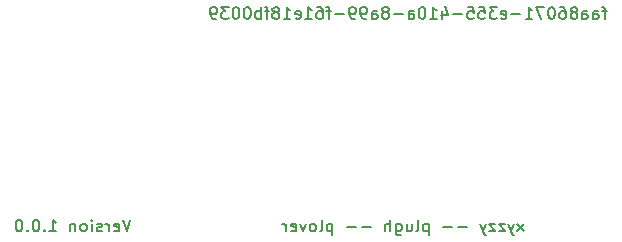
<source format=gbr>
G04 #@! TF.GenerationSoftware,KiCad,Pcbnew,(5.1.5)-3*
G04 #@! TF.CreationDate,2020-08-31T21:18:36+01:00*
G04 #@! TF.ProjectId,groveToPi,67726f76-6554-46f5-9069-2e6b69636164,1.0.1*
G04 #@! TF.SameCoordinates,Original*
G04 #@! TF.FileFunction,Legend,Bot*
G04 #@! TF.FilePolarity,Positive*
%FSLAX46Y46*%
G04 Gerber Fmt 4.6, Leading zero omitted, Abs format (unit mm)*
G04 Created by KiCad (PCBNEW (5.1.5)-3) date 2020-08-31 21:18:36*
%MOMM*%
%LPD*%
G04 APERTURE LIST*
%ADD10C,0.150000*%
G04 APERTURE END LIST*
D10*
X132190476Y-114452380D02*
X131666666Y-113785714D01*
X132190476Y-113785714D02*
X131666666Y-114452380D01*
X131380952Y-113785714D02*
X131142857Y-114452380D01*
X130904761Y-113785714D02*
X131142857Y-114452380D01*
X131238095Y-114690476D01*
X131285714Y-114738095D01*
X131380952Y-114785714D01*
X130619047Y-113785714D02*
X130095238Y-113785714D01*
X130619047Y-114452380D01*
X130095238Y-114452380D01*
X129809523Y-113785714D02*
X129285714Y-113785714D01*
X129809523Y-114452380D01*
X129285714Y-114452380D01*
X129000000Y-113785714D02*
X128761904Y-114452380D01*
X128523809Y-113785714D02*
X128761904Y-114452380D01*
X128857142Y-114690476D01*
X128904761Y-114738095D01*
X129000000Y-114785714D01*
X127380952Y-114071428D02*
X126619047Y-114071428D01*
X126142857Y-114071428D02*
X125380952Y-114071428D01*
X124142857Y-113785714D02*
X124142857Y-114785714D01*
X124142857Y-113833333D02*
X124047619Y-113785714D01*
X123857142Y-113785714D01*
X123761904Y-113833333D01*
X123714285Y-113880952D01*
X123666666Y-113976190D01*
X123666666Y-114261904D01*
X123714285Y-114357142D01*
X123761904Y-114404761D01*
X123857142Y-114452380D01*
X124047619Y-114452380D01*
X124142857Y-114404761D01*
X123095238Y-114452380D02*
X123190476Y-114404761D01*
X123238095Y-114309523D01*
X123238095Y-113452380D01*
X122285714Y-113785714D02*
X122285714Y-114452380D01*
X122714285Y-113785714D02*
X122714285Y-114309523D01*
X122666666Y-114404761D01*
X122571428Y-114452380D01*
X122428571Y-114452380D01*
X122333333Y-114404761D01*
X122285714Y-114357142D01*
X121380952Y-113785714D02*
X121380952Y-114595238D01*
X121428571Y-114690476D01*
X121476190Y-114738095D01*
X121571428Y-114785714D01*
X121714285Y-114785714D01*
X121809523Y-114738095D01*
X121380952Y-114404761D02*
X121476190Y-114452380D01*
X121666666Y-114452380D01*
X121761904Y-114404761D01*
X121809523Y-114357142D01*
X121857142Y-114261904D01*
X121857142Y-113976190D01*
X121809523Y-113880952D01*
X121761904Y-113833333D01*
X121666666Y-113785714D01*
X121476190Y-113785714D01*
X121380952Y-113833333D01*
X120904761Y-114452380D02*
X120904761Y-113452380D01*
X120476190Y-114452380D02*
X120476190Y-113928571D01*
X120523809Y-113833333D01*
X120619047Y-113785714D01*
X120761904Y-113785714D01*
X120857142Y-113833333D01*
X120904761Y-113880952D01*
X119238095Y-114071428D02*
X118476190Y-114071428D01*
X118000000Y-114071428D02*
X117238095Y-114071428D01*
X116000000Y-113785714D02*
X116000000Y-114785714D01*
X116000000Y-113833333D02*
X115904761Y-113785714D01*
X115714285Y-113785714D01*
X115619047Y-113833333D01*
X115571428Y-113880952D01*
X115523809Y-113976190D01*
X115523809Y-114261904D01*
X115571428Y-114357142D01*
X115619047Y-114404761D01*
X115714285Y-114452380D01*
X115904761Y-114452380D01*
X116000000Y-114404761D01*
X114952380Y-114452380D02*
X115047619Y-114404761D01*
X115095238Y-114309523D01*
X115095238Y-113452380D01*
X114428571Y-114452380D02*
X114523809Y-114404761D01*
X114571428Y-114357142D01*
X114619047Y-114261904D01*
X114619047Y-113976190D01*
X114571428Y-113880952D01*
X114523809Y-113833333D01*
X114428571Y-113785714D01*
X114285714Y-113785714D01*
X114190476Y-113833333D01*
X114142857Y-113880952D01*
X114095238Y-113976190D01*
X114095238Y-114261904D01*
X114142857Y-114357142D01*
X114190476Y-114404761D01*
X114285714Y-114452380D01*
X114428571Y-114452380D01*
X113761904Y-113785714D02*
X113523809Y-114452380D01*
X113285714Y-113785714D01*
X112523809Y-114404761D02*
X112619047Y-114452380D01*
X112809523Y-114452380D01*
X112904761Y-114404761D01*
X112952380Y-114309523D01*
X112952380Y-113928571D01*
X112904761Y-113833333D01*
X112809523Y-113785714D01*
X112619047Y-113785714D01*
X112523809Y-113833333D01*
X112476190Y-113928571D01*
X112476190Y-114023809D01*
X112952380Y-114119047D01*
X112047619Y-114452380D02*
X112047619Y-113785714D01*
X112047619Y-113976190D02*
X112000000Y-113880952D01*
X111952380Y-113833333D01*
X111857142Y-113785714D01*
X111761904Y-113785714D01*
X139214285Y-95785714D02*
X138833333Y-95785714D01*
X139071428Y-96452380D02*
X139071428Y-95595238D01*
X139023809Y-95500000D01*
X138928571Y-95452380D01*
X138833333Y-95452380D01*
X138071428Y-96452380D02*
X138071428Y-95928571D01*
X138119047Y-95833333D01*
X138214285Y-95785714D01*
X138404761Y-95785714D01*
X138500000Y-95833333D01*
X138071428Y-96404761D02*
X138166666Y-96452380D01*
X138404761Y-96452380D01*
X138500000Y-96404761D01*
X138547619Y-96309523D01*
X138547619Y-96214285D01*
X138500000Y-96119047D01*
X138404761Y-96071428D01*
X138166666Y-96071428D01*
X138071428Y-96023809D01*
X137166666Y-96452380D02*
X137166666Y-95928571D01*
X137214285Y-95833333D01*
X137309523Y-95785714D01*
X137500000Y-95785714D01*
X137595238Y-95833333D01*
X137166666Y-96404761D02*
X137261904Y-96452380D01*
X137500000Y-96452380D01*
X137595238Y-96404761D01*
X137642857Y-96309523D01*
X137642857Y-96214285D01*
X137595238Y-96119047D01*
X137500000Y-96071428D01*
X137261904Y-96071428D01*
X137166666Y-96023809D01*
X136547619Y-95880952D02*
X136642857Y-95833333D01*
X136690476Y-95785714D01*
X136738095Y-95690476D01*
X136738095Y-95642857D01*
X136690476Y-95547619D01*
X136642857Y-95500000D01*
X136547619Y-95452380D01*
X136357142Y-95452380D01*
X136261904Y-95500000D01*
X136214285Y-95547619D01*
X136166666Y-95642857D01*
X136166666Y-95690476D01*
X136214285Y-95785714D01*
X136261904Y-95833333D01*
X136357142Y-95880952D01*
X136547619Y-95880952D01*
X136642857Y-95928571D01*
X136690476Y-95976190D01*
X136738095Y-96071428D01*
X136738095Y-96261904D01*
X136690476Y-96357142D01*
X136642857Y-96404761D01*
X136547619Y-96452380D01*
X136357142Y-96452380D01*
X136261904Y-96404761D01*
X136214285Y-96357142D01*
X136166666Y-96261904D01*
X136166666Y-96071428D01*
X136214285Y-95976190D01*
X136261904Y-95928571D01*
X136357142Y-95880952D01*
X135309523Y-95452380D02*
X135500000Y-95452380D01*
X135595238Y-95500000D01*
X135642857Y-95547619D01*
X135738095Y-95690476D01*
X135785714Y-95880952D01*
X135785714Y-96261904D01*
X135738095Y-96357142D01*
X135690476Y-96404761D01*
X135595238Y-96452380D01*
X135404761Y-96452380D01*
X135309523Y-96404761D01*
X135261904Y-96357142D01*
X135214285Y-96261904D01*
X135214285Y-96023809D01*
X135261904Y-95928571D01*
X135309523Y-95880952D01*
X135404761Y-95833333D01*
X135595238Y-95833333D01*
X135690476Y-95880952D01*
X135738095Y-95928571D01*
X135785714Y-96023809D01*
X134595238Y-95452380D02*
X134500000Y-95452380D01*
X134404761Y-95500000D01*
X134357142Y-95547619D01*
X134309523Y-95642857D01*
X134261904Y-95833333D01*
X134261904Y-96071428D01*
X134309523Y-96261904D01*
X134357142Y-96357142D01*
X134404761Y-96404761D01*
X134500000Y-96452380D01*
X134595238Y-96452380D01*
X134690476Y-96404761D01*
X134738095Y-96357142D01*
X134785714Y-96261904D01*
X134833333Y-96071428D01*
X134833333Y-95833333D01*
X134785714Y-95642857D01*
X134738095Y-95547619D01*
X134690476Y-95500000D01*
X134595238Y-95452380D01*
X133928571Y-95452380D02*
X133261904Y-95452380D01*
X133690476Y-96452380D01*
X132357142Y-96452380D02*
X132928571Y-96452380D01*
X132642857Y-96452380D02*
X132642857Y-95452380D01*
X132738095Y-95595238D01*
X132833333Y-95690476D01*
X132928571Y-95738095D01*
X131928571Y-96071428D02*
X131166666Y-96071428D01*
X130309523Y-96404761D02*
X130404761Y-96452380D01*
X130595238Y-96452380D01*
X130690476Y-96404761D01*
X130738095Y-96309523D01*
X130738095Y-95928571D01*
X130690476Y-95833333D01*
X130595238Y-95785714D01*
X130404761Y-95785714D01*
X130309523Y-95833333D01*
X130261904Y-95928571D01*
X130261904Y-96023809D01*
X130738095Y-96119047D01*
X129928571Y-95452380D02*
X129309523Y-95452380D01*
X129642857Y-95833333D01*
X129500000Y-95833333D01*
X129404761Y-95880952D01*
X129357142Y-95928571D01*
X129309523Y-96023809D01*
X129309523Y-96261904D01*
X129357142Y-96357142D01*
X129404761Y-96404761D01*
X129500000Y-96452380D01*
X129785714Y-96452380D01*
X129880952Y-96404761D01*
X129928571Y-96357142D01*
X128404761Y-95452380D02*
X128880952Y-95452380D01*
X128928571Y-95928571D01*
X128880952Y-95880952D01*
X128785714Y-95833333D01*
X128547619Y-95833333D01*
X128452380Y-95880952D01*
X128404761Y-95928571D01*
X128357142Y-96023809D01*
X128357142Y-96261904D01*
X128404761Y-96357142D01*
X128452380Y-96404761D01*
X128547619Y-96452380D01*
X128785714Y-96452380D01*
X128880952Y-96404761D01*
X128928571Y-96357142D01*
X127452380Y-95452380D02*
X127928571Y-95452380D01*
X127976190Y-95928571D01*
X127928571Y-95880952D01*
X127833333Y-95833333D01*
X127595238Y-95833333D01*
X127500000Y-95880952D01*
X127452380Y-95928571D01*
X127404761Y-96023809D01*
X127404761Y-96261904D01*
X127452380Y-96357142D01*
X127500000Y-96404761D01*
X127595238Y-96452380D01*
X127833333Y-96452380D01*
X127928571Y-96404761D01*
X127976190Y-96357142D01*
X126976190Y-96071428D02*
X126214285Y-96071428D01*
X125309523Y-95785714D02*
X125309523Y-96452380D01*
X125547619Y-95404761D02*
X125785714Y-96119047D01*
X125166666Y-96119047D01*
X124261904Y-96452380D02*
X124833333Y-96452380D01*
X124547619Y-96452380D02*
X124547619Y-95452380D01*
X124642857Y-95595238D01*
X124738095Y-95690476D01*
X124833333Y-95738095D01*
X123642857Y-95452380D02*
X123547619Y-95452380D01*
X123452380Y-95500000D01*
X123404761Y-95547619D01*
X123357142Y-95642857D01*
X123309523Y-95833333D01*
X123309523Y-96071428D01*
X123357142Y-96261904D01*
X123404761Y-96357142D01*
X123452380Y-96404761D01*
X123547619Y-96452380D01*
X123642857Y-96452380D01*
X123738095Y-96404761D01*
X123785714Y-96357142D01*
X123833333Y-96261904D01*
X123880952Y-96071428D01*
X123880952Y-95833333D01*
X123833333Y-95642857D01*
X123785714Y-95547619D01*
X123738095Y-95500000D01*
X123642857Y-95452380D01*
X122452380Y-96452380D02*
X122452380Y-95928571D01*
X122500000Y-95833333D01*
X122595238Y-95785714D01*
X122785714Y-95785714D01*
X122880952Y-95833333D01*
X122452380Y-96404761D02*
X122547619Y-96452380D01*
X122785714Y-96452380D01*
X122880952Y-96404761D01*
X122928571Y-96309523D01*
X122928571Y-96214285D01*
X122880952Y-96119047D01*
X122785714Y-96071428D01*
X122547619Y-96071428D01*
X122452380Y-96023809D01*
X121976190Y-96071428D02*
X121214285Y-96071428D01*
X120595238Y-95880952D02*
X120690476Y-95833333D01*
X120738095Y-95785714D01*
X120785714Y-95690476D01*
X120785714Y-95642857D01*
X120738095Y-95547619D01*
X120690476Y-95500000D01*
X120595238Y-95452380D01*
X120404761Y-95452380D01*
X120309523Y-95500000D01*
X120261904Y-95547619D01*
X120214285Y-95642857D01*
X120214285Y-95690476D01*
X120261904Y-95785714D01*
X120309523Y-95833333D01*
X120404761Y-95880952D01*
X120595238Y-95880952D01*
X120690476Y-95928571D01*
X120738095Y-95976190D01*
X120785714Y-96071428D01*
X120785714Y-96261904D01*
X120738095Y-96357142D01*
X120690476Y-96404761D01*
X120595238Y-96452380D01*
X120404761Y-96452380D01*
X120309523Y-96404761D01*
X120261904Y-96357142D01*
X120214285Y-96261904D01*
X120214285Y-96071428D01*
X120261904Y-95976190D01*
X120309523Y-95928571D01*
X120404761Y-95880952D01*
X119357142Y-96452380D02*
X119357142Y-95928571D01*
X119404761Y-95833333D01*
X119500000Y-95785714D01*
X119690476Y-95785714D01*
X119785714Y-95833333D01*
X119357142Y-96404761D02*
X119452380Y-96452380D01*
X119690476Y-96452380D01*
X119785714Y-96404761D01*
X119833333Y-96309523D01*
X119833333Y-96214285D01*
X119785714Y-96119047D01*
X119690476Y-96071428D01*
X119452380Y-96071428D01*
X119357142Y-96023809D01*
X118833333Y-96452380D02*
X118642857Y-96452380D01*
X118547619Y-96404761D01*
X118500000Y-96357142D01*
X118404761Y-96214285D01*
X118357142Y-96023809D01*
X118357142Y-95642857D01*
X118404761Y-95547619D01*
X118452380Y-95500000D01*
X118547619Y-95452380D01*
X118738095Y-95452380D01*
X118833333Y-95500000D01*
X118880952Y-95547619D01*
X118928571Y-95642857D01*
X118928571Y-95880952D01*
X118880952Y-95976190D01*
X118833333Y-96023809D01*
X118738095Y-96071428D01*
X118547619Y-96071428D01*
X118452380Y-96023809D01*
X118404761Y-95976190D01*
X118357142Y-95880952D01*
X117880952Y-96452380D02*
X117690476Y-96452380D01*
X117595238Y-96404761D01*
X117547619Y-96357142D01*
X117452380Y-96214285D01*
X117404761Y-96023809D01*
X117404761Y-95642857D01*
X117452380Y-95547619D01*
X117500000Y-95500000D01*
X117595238Y-95452380D01*
X117785714Y-95452380D01*
X117880952Y-95500000D01*
X117928571Y-95547619D01*
X117976190Y-95642857D01*
X117976190Y-95880952D01*
X117928571Y-95976190D01*
X117880952Y-96023809D01*
X117785714Y-96071428D01*
X117595238Y-96071428D01*
X117500000Y-96023809D01*
X117452380Y-95976190D01*
X117404761Y-95880952D01*
X116976190Y-96071428D02*
X116214285Y-96071428D01*
X115880952Y-95785714D02*
X115500000Y-95785714D01*
X115738095Y-96452380D02*
X115738095Y-95595238D01*
X115690476Y-95500000D01*
X115595238Y-95452380D01*
X115500000Y-95452380D01*
X114738095Y-95452380D02*
X114928571Y-95452380D01*
X115023809Y-95500000D01*
X115071428Y-95547619D01*
X115166666Y-95690476D01*
X115214285Y-95880952D01*
X115214285Y-96261904D01*
X115166666Y-96357142D01*
X115119047Y-96404761D01*
X115023809Y-96452380D01*
X114833333Y-96452380D01*
X114738095Y-96404761D01*
X114690476Y-96357142D01*
X114642857Y-96261904D01*
X114642857Y-96023809D01*
X114690476Y-95928571D01*
X114738095Y-95880952D01*
X114833333Y-95833333D01*
X115023809Y-95833333D01*
X115119047Y-95880952D01*
X115166666Y-95928571D01*
X115214285Y-96023809D01*
X113690476Y-96452380D02*
X114261904Y-96452380D01*
X113976190Y-96452380D02*
X113976190Y-95452380D01*
X114071428Y-95595238D01*
X114166666Y-95690476D01*
X114261904Y-95738095D01*
X112880952Y-96404761D02*
X112976190Y-96452380D01*
X113166666Y-96452380D01*
X113261904Y-96404761D01*
X113309523Y-96309523D01*
X113309523Y-95928571D01*
X113261904Y-95833333D01*
X113166666Y-95785714D01*
X112976190Y-95785714D01*
X112880952Y-95833333D01*
X112833333Y-95928571D01*
X112833333Y-96023809D01*
X113309523Y-96119047D01*
X111880952Y-96452380D02*
X112452380Y-96452380D01*
X112166666Y-96452380D02*
X112166666Y-95452380D01*
X112261904Y-95595238D01*
X112357142Y-95690476D01*
X112452380Y-95738095D01*
X111309523Y-95880952D02*
X111404761Y-95833333D01*
X111452380Y-95785714D01*
X111500000Y-95690476D01*
X111500000Y-95642857D01*
X111452380Y-95547619D01*
X111404761Y-95500000D01*
X111309523Y-95452380D01*
X111119047Y-95452380D01*
X111023809Y-95500000D01*
X110976190Y-95547619D01*
X110928571Y-95642857D01*
X110928571Y-95690476D01*
X110976190Y-95785714D01*
X111023809Y-95833333D01*
X111119047Y-95880952D01*
X111309523Y-95880952D01*
X111404761Y-95928571D01*
X111452380Y-95976190D01*
X111500000Y-96071428D01*
X111500000Y-96261904D01*
X111452380Y-96357142D01*
X111404761Y-96404761D01*
X111309523Y-96452380D01*
X111119047Y-96452380D01*
X111023809Y-96404761D01*
X110976190Y-96357142D01*
X110928571Y-96261904D01*
X110928571Y-96071428D01*
X110976190Y-95976190D01*
X111023809Y-95928571D01*
X111119047Y-95880952D01*
X110642857Y-95785714D02*
X110261904Y-95785714D01*
X110500000Y-96452380D02*
X110500000Y-95595238D01*
X110452380Y-95500000D01*
X110357142Y-95452380D01*
X110261904Y-95452380D01*
X109928571Y-96452380D02*
X109928571Y-95452380D01*
X109928571Y-95833333D02*
X109833333Y-95785714D01*
X109642857Y-95785714D01*
X109547619Y-95833333D01*
X109500000Y-95880952D01*
X109452380Y-95976190D01*
X109452380Y-96261904D01*
X109500000Y-96357142D01*
X109547619Y-96404761D01*
X109642857Y-96452380D01*
X109833333Y-96452380D01*
X109928571Y-96404761D01*
X108833333Y-95452380D02*
X108738095Y-95452380D01*
X108642857Y-95500000D01*
X108595238Y-95547619D01*
X108547619Y-95642857D01*
X108500000Y-95833333D01*
X108500000Y-96071428D01*
X108547619Y-96261904D01*
X108595238Y-96357142D01*
X108642857Y-96404761D01*
X108738095Y-96452380D01*
X108833333Y-96452380D01*
X108928571Y-96404761D01*
X108976190Y-96357142D01*
X109023809Y-96261904D01*
X109071428Y-96071428D01*
X109071428Y-95833333D01*
X109023809Y-95642857D01*
X108976190Y-95547619D01*
X108928571Y-95500000D01*
X108833333Y-95452380D01*
X107880952Y-95452380D02*
X107785714Y-95452380D01*
X107690476Y-95500000D01*
X107642857Y-95547619D01*
X107595238Y-95642857D01*
X107547619Y-95833333D01*
X107547619Y-96071428D01*
X107595238Y-96261904D01*
X107642857Y-96357142D01*
X107690476Y-96404761D01*
X107785714Y-96452380D01*
X107880952Y-96452380D01*
X107976190Y-96404761D01*
X108023809Y-96357142D01*
X108071428Y-96261904D01*
X108119047Y-96071428D01*
X108119047Y-95833333D01*
X108071428Y-95642857D01*
X108023809Y-95547619D01*
X107976190Y-95500000D01*
X107880952Y-95452380D01*
X107214285Y-95452380D02*
X106595238Y-95452380D01*
X106928571Y-95833333D01*
X106785714Y-95833333D01*
X106690476Y-95880952D01*
X106642857Y-95928571D01*
X106595238Y-96023809D01*
X106595238Y-96261904D01*
X106642857Y-96357142D01*
X106690476Y-96404761D01*
X106785714Y-96452380D01*
X107071428Y-96452380D01*
X107166666Y-96404761D01*
X107214285Y-96357142D01*
X106119047Y-96452380D02*
X105928571Y-96452380D01*
X105833333Y-96404761D01*
X105785714Y-96357142D01*
X105690476Y-96214285D01*
X105642857Y-96023809D01*
X105642857Y-95642857D01*
X105690476Y-95547619D01*
X105738095Y-95500000D01*
X105833333Y-95452380D01*
X106023809Y-95452380D01*
X106119047Y-95500000D01*
X106166666Y-95547619D01*
X106214285Y-95642857D01*
X106214285Y-95880952D01*
X106166666Y-95976190D01*
X106119047Y-96023809D01*
X106023809Y-96071428D01*
X105833333Y-96071428D01*
X105738095Y-96023809D01*
X105690476Y-95976190D01*
X105642857Y-95880952D01*
X98904761Y-113452380D02*
X98571428Y-114452380D01*
X98238095Y-113452380D01*
X97523809Y-114404761D02*
X97619047Y-114452380D01*
X97809523Y-114452380D01*
X97904761Y-114404761D01*
X97952380Y-114309523D01*
X97952380Y-113928571D01*
X97904761Y-113833333D01*
X97809523Y-113785714D01*
X97619047Y-113785714D01*
X97523809Y-113833333D01*
X97476190Y-113928571D01*
X97476190Y-114023809D01*
X97952380Y-114119047D01*
X97047619Y-114452380D02*
X97047619Y-113785714D01*
X97047619Y-113976190D02*
X97000000Y-113880952D01*
X96952380Y-113833333D01*
X96857142Y-113785714D01*
X96761904Y-113785714D01*
X96476190Y-114404761D02*
X96380952Y-114452380D01*
X96190476Y-114452380D01*
X96095238Y-114404761D01*
X96047619Y-114309523D01*
X96047619Y-114261904D01*
X96095238Y-114166666D01*
X96190476Y-114119047D01*
X96333333Y-114119047D01*
X96428571Y-114071428D01*
X96476190Y-113976190D01*
X96476190Y-113928571D01*
X96428571Y-113833333D01*
X96333333Y-113785714D01*
X96190476Y-113785714D01*
X96095238Y-113833333D01*
X95619047Y-114452380D02*
X95619047Y-113785714D01*
X95619047Y-113452380D02*
X95666666Y-113500000D01*
X95619047Y-113547619D01*
X95571428Y-113500000D01*
X95619047Y-113452380D01*
X95619047Y-113547619D01*
X95000000Y-114452380D02*
X95095238Y-114404761D01*
X95142857Y-114357142D01*
X95190476Y-114261904D01*
X95190476Y-113976190D01*
X95142857Y-113880952D01*
X95095238Y-113833333D01*
X95000000Y-113785714D01*
X94857142Y-113785714D01*
X94761904Y-113833333D01*
X94714285Y-113880952D01*
X94666666Y-113976190D01*
X94666666Y-114261904D01*
X94714285Y-114357142D01*
X94761904Y-114404761D01*
X94857142Y-114452380D01*
X95000000Y-114452380D01*
X94238095Y-113785714D02*
X94238095Y-114452380D01*
X94238095Y-113880952D02*
X94190476Y-113833333D01*
X94095238Y-113785714D01*
X93952380Y-113785714D01*
X93857142Y-113833333D01*
X93809523Y-113928571D01*
X93809523Y-114452380D01*
X92047619Y-114452380D02*
X92619047Y-114452380D01*
X92333333Y-114452380D02*
X92333333Y-113452380D01*
X92428571Y-113595238D01*
X92523809Y-113690476D01*
X92619047Y-113738095D01*
X91619047Y-114357142D02*
X91571428Y-114404761D01*
X91619047Y-114452380D01*
X91666666Y-114404761D01*
X91619047Y-114357142D01*
X91619047Y-114452380D01*
X90952380Y-113452380D02*
X90857142Y-113452380D01*
X90761904Y-113500000D01*
X90714285Y-113547619D01*
X90666666Y-113642857D01*
X90619047Y-113833333D01*
X90619047Y-114071428D01*
X90666666Y-114261904D01*
X90714285Y-114357142D01*
X90761904Y-114404761D01*
X90857142Y-114452380D01*
X90952380Y-114452380D01*
X91047619Y-114404761D01*
X91095238Y-114357142D01*
X91142857Y-114261904D01*
X91190476Y-114071428D01*
X91190476Y-113833333D01*
X91142857Y-113642857D01*
X91095238Y-113547619D01*
X91047619Y-113500000D01*
X90952380Y-113452380D01*
X90190476Y-114357142D02*
X90142857Y-114404761D01*
X90190476Y-114452380D01*
X90238095Y-114404761D01*
X90190476Y-114357142D01*
X90190476Y-114452380D01*
X89523809Y-113452380D02*
X89428571Y-113452380D01*
X89333333Y-113500000D01*
X89285714Y-113547619D01*
X89238095Y-113642857D01*
X89190476Y-113833333D01*
X89190476Y-114071428D01*
X89238095Y-114261904D01*
X89285714Y-114357142D01*
X89333333Y-114404761D01*
X89428571Y-114452380D01*
X89523809Y-114452380D01*
X89619047Y-114404761D01*
X89666666Y-114357142D01*
X89714285Y-114261904D01*
X89761904Y-114071428D01*
X89761904Y-113833333D01*
X89714285Y-113642857D01*
X89666666Y-113547619D01*
X89619047Y-113500000D01*
X89523809Y-113452380D01*
M02*

</source>
